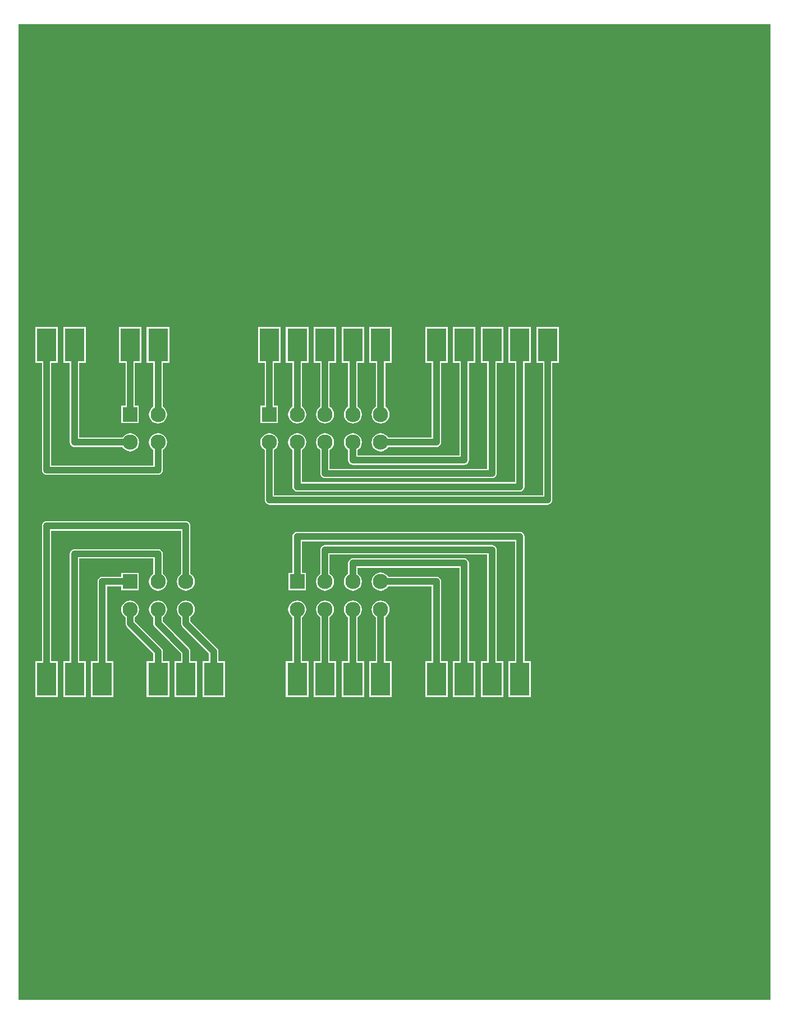
<source format=gbl>
G04*
G04 #@! TF.GenerationSoftware,Altium Limited,Altium Designer,18.1.7 (191)*
G04*
G04 Layer_Physical_Order=2*
G04 Layer_Color=16711680*
%FSLAX44Y44*%
%MOMM*%
G71*
G01*
G75*
%ADD13C,2.3000*%
%ADD14R,2.2269X2.2269*%
%ADD15R,3.0000X5.0000*%
%ADD16C,1.0000*%
G36*
X2394000Y882000D02*
X1260000D01*
Y2352000D01*
X2394000D01*
Y882000D01*
D02*
G37*
%LPC*%
G36*
X1655000Y1896000D02*
X1621000D01*
Y1842000D01*
X1630940D01*
Y1777135D01*
X1624865D01*
Y1750865D01*
X1651135D01*
Y1777135D01*
X1645060D01*
Y1842000D01*
X1655000D01*
Y1896000D01*
D02*
G37*
G36*
X1445000D02*
X1411000D01*
Y1842000D01*
X1420940D01*
Y1777135D01*
X1414865D01*
Y1750865D01*
X1441135D01*
Y1777135D01*
X1435060D01*
Y1842000D01*
X1445000D01*
Y1896000D01*
D02*
G37*
G36*
X1823000D02*
X1789000D01*
Y1842000D01*
X1798940D01*
Y1775598D01*
X1796372Y1773628D01*
X1794208Y1770808D01*
X1792848Y1767524D01*
X1792384Y1764000D01*
X1792848Y1760476D01*
X1794208Y1757192D01*
X1796372Y1754372D01*
X1799192Y1752208D01*
X1802476Y1750848D01*
X1806000Y1750384D01*
X1809524Y1750848D01*
X1812808Y1752208D01*
X1815628Y1754372D01*
X1817792Y1757192D01*
X1819152Y1760476D01*
X1819616Y1764000D01*
X1819152Y1767524D01*
X1817792Y1770808D01*
X1815628Y1773628D01*
X1813060Y1775598D01*
Y1842000D01*
X1823000D01*
Y1896000D01*
D02*
G37*
G36*
X1781000D02*
X1747000D01*
Y1842000D01*
X1756940D01*
Y1775598D01*
X1754372Y1773628D01*
X1752208Y1770808D01*
X1750848Y1767524D01*
X1750384Y1764000D01*
X1750848Y1760476D01*
X1752208Y1757192D01*
X1754372Y1754372D01*
X1757192Y1752208D01*
X1760476Y1750848D01*
X1764000Y1750384D01*
X1767524Y1750848D01*
X1770808Y1752208D01*
X1773628Y1754372D01*
X1775792Y1757192D01*
X1777152Y1760476D01*
X1777616Y1764000D01*
X1777152Y1767524D01*
X1775792Y1770808D01*
X1773628Y1773628D01*
X1771060Y1775598D01*
Y1842000D01*
X1781000D01*
Y1896000D01*
D02*
G37*
G36*
X1739000D02*
X1705000D01*
Y1842000D01*
X1714940D01*
Y1775598D01*
X1712372Y1773628D01*
X1710208Y1770808D01*
X1708848Y1767524D01*
X1708384Y1764000D01*
X1708848Y1760476D01*
X1710208Y1757192D01*
X1712372Y1754372D01*
X1715192Y1752208D01*
X1718476Y1750848D01*
X1722000Y1750384D01*
X1725524Y1750848D01*
X1728808Y1752208D01*
X1731628Y1754372D01*
X1733792Y1757192D01*
X1735152Y1760476D01*
X1735616Y1764000D01*
X1735152Y1767524D01*
X1733792Y1770808D01*
X1731628Y1773628D01*
X1729060Y1775598D01*
Y1842000D01*
X1739000D01*
Y1896000D01*
D02*
G37*
G36*
X1697000D02*
X1663000D01*
Y1842000D01*
X1672940D01*
Y1775598D01*
X1670372Y1773628D01*
X1668208Y1770808D01*
X1666848Y1767524D01*
X1666384Y1764000D01*
X1666848Y1760476D01*
X1668208Y1757192D01*
X1670372Y1754372D01*
X1673192Y1752208D01*
X1676476Y1750848D01*
X1680000Y1750384D01*
X1683524Y1750848D01*
X1686808Y1752208D01*
X1689628Y1754372D01*
X1691792Y1757192D01*
X1693152Y1760476D01*
X1693616Y1764000D01*
X1693152Y1767524D01*
X1691792Y1770808D01*
X1689628Y1773628D01*
X1687060Y1775598D01*
Y1842000D01*
X1697000D01*
Y1896000D01*
D02*
G37*
G36*
X1487000D02*
X1453000D01*
Y1842000D01*
X1462940D01*
Y1775598D01*
X1460372Y1773628D01*
X1458208Y1770808D01*
X1456848Y1767524D01*
X1456384Y1764000D01*
X1456848Y1760476D01*
X1458208Y1757192D01*
X1460372Y1754372D01*
X1463192Y1752208D01*
X1466476Y1750848D01*
X1470000Y1750384D01*
X1473524Y1750848D01*
X1476808Y1752208D01*
X1479628Y1754372D01*
X1481792Y1757192D01*
X1483152Y1760476D01*
X1483616Y1764000D01*
X1483152Y1767524D01*
X1481792Y1770808D01*
X1479628Y1773628D01*
X1477060Y1775598D01*
Y1842000D01*
X1487000D01*
Y1896000D01*
D02*
G37*
G36*
X1907000D02*
X1873000D01*
Y1842000D01*
X1882940D01*
Y1729060D01*
X1817599D01*
X1815628Y1731628D01*
X1812808Y1733792D01*
X1809524Y1735152D01*
X1806000Y1735616D01*
X1802476Y1735152D01*
X1799192Y1733792D01*
X1796372Y1731628D01*
X1794208Y1728808D01*
X1792848Y1725524D01*
X1792384Y1722000D01*
X1792848Y1718476D01*
X1794208Y1715192D01*
X1796372Y1712372D01*
X1799192Y1710208D01*
X1802476Y1708848D01*
X1806000Y1708384D01*
X1809524Y1708848D01*
X1812808Y1710208D01*
X1815628Y1712372D01*
X1817599Y1714940D01*
X1890000D01*
X1891827Y1715180D01*
X1893530Y1715885D01*
X1894993Y1717008D01*
X1896115Y1718470D01*
X1896820Y1720173D01*
X1897060Y1722000D01*
Y1842000D01*
X1907000D01*
Y1896000D01*
D02*
G37*
G36*
X1361000D02*
X1327000D01*
Y1842000D01*
X1336940D01*
Y1722000D01*
X1337180Y1720173D01*
X1337885Y1718470D01*
X1339008Y1717008D01*
X1339008Y1717007D01*
X1340470Y1715885D01*
X1342173Y1715180D01*
X1344000Y1714940D01*
X1416402D01*
X1418372Y1712372D01*
X1421192Y1710208D01*
X1424476Y1708848D01*
X1428000Y1708384D01*
X1431524Y1708848D01*
X1434808Y1710208D01*
X1437628Y1712372D01*
X1439792Y1715192D01*
X1441152Y1718476D01*
X1441616Y1722000D01*
X1441152Y1725524D01*
X1439792Y1728808D01*
X1437628Y1731628D01*
X1434808Y1733792D01*
X1431524Y1735152D01*
X1428000Y1735616D01*
X1424476Y1735152D01*
X1421192Y1733792D01*
X1418372Y1731628D01*
X1416402Y1729060D01*
X1351060D01*
Y1842000D01*
X1361000D01*
Y1896000D01*
D02*
G37*
G36*
X1949000D02*
X1915000D01*
Y1842000D01*
X1924940D01*
Y1702060D01*
X1771060D01*
Y1710401D01*
X1773628Y1712372D01*
X1775792Y1715192D01*
X1777152Y1718476D01*
X1777616Y1722000D01*
X1777152Y1725524D01*
X1775792Y1728808D01*
X1773628Y1731628D01*
X1770808Y1733792D01*
X1767524Y1735152D01*
X1764000Y1735616D01*
X1760476Y1735152D01*
X1757192Y1733792D01*
X1754372Y1731628D01*
X1752208Y1728808D01*
X1750848Y1725524D01*
X1750384Y1722000D01*
X1750848Y1718476D01*
X1752208Y1715192D01*
X1754372Y1712372D01*
X1756940Y1710401D01*
Y1695000D01*
X1757180Y1693173D01*
X1757886Y1691470D01*
X1759008Y1690007D01*
X1760470Y1688885D01*
X1762173Y1688180D01*
X1764000Y1687940D01*
X1932000D01*
X1933827Y1688180D01*
X1935530Y1688885D01*
X1936992Y1690007D01*
X1938114Y1691470D01*
X1938820Y1693173D01*
X1939060Y1695000D01*
Y1842000D01*
X1949000D01*
Y1896000D01*
D02*
G37*
G36*
X1991000D02*
X1957000D01*
Y1842000D01*
X1966940D01*
Y1682060D01*
X1729060D01*
Y1710401D01*
X1731628Y1712372D01*
X1733792Y1715192D01*
X1735152Y1718476D01*
X1735616Y1722000D01*
X1735152Y1725524D01*
X1733792Y1728808D01*
X1731628Y1731628D01*
X1728808Y1733792D01*
X1725524Y1735152D01*
X1722000Y1735616D01*
X1718476Y1735152D01*
X1715192Y1733792D01*
X1712372Y1731628D01*
X1710208Y1728808D01*
X1708848Y1725524D01*
X1708384Y1722000D01*
X1708848Y1718476D01*
X1710208Y1715192D01*
X1712372Y1712372D01*
X1714940Y1710401D01*
Y1675000D01*
X1715180Y1673173D01*
X1715886Y1671470D01*
X1717008Y1670008D01*
X1718470Y1668885D01*
X1720173Y1668180D01*
X1722000Y1667940D01*
X1974000D01*
X1975827Y1668180D01*
X1977530Y1668885D01*
X1978992Y1670008D01*
X1980114Y1671470D01*
X1980820Y1673173D01*
X1981060Y1675000D01*
Y1842000D01*
X1991000D01*
Y1896000D01*
D02*
G37*
G36*
X1319000D02*
X1285000D01*
Y1842000D01*
X1294940D01*
Y1680000D01*
X1295180Y1678173D01*
X1295885Y1676470D01*
X1297007Y1675007D01*
X1298470Y1673885D01*
X1300173Y1673180D01*
X1302000Y1672940D01*
X1470000D01*
X1471827Y1673180D01*
X1473530Y1673885D01*
X1474992Y1675007D01*
X1474993Y1675008D01*
X1476115Y1676470D01*
X1476820Y1678173D01*
X1477060Y1680000D01*
Y1710401D01*
X1479628Y1712372D01*
X1481792Y1715192D01*
X1483152Y1718476D01*
X1483616Y1722000D01*
X1483152Y1725524D01*
X1481792Y1728808D01*
X1479628Y1731628D01*
X1476808Y1733792D01*
X1473524Y1735152D01*
X1470000Y1735616D01*
X1466476Y1735152D01*
X1463192Y1733792D01*
X1460372Y1731628D01*
X1458208Y1728808D01*
X1456848Y1725524D01*
X1456384Y1722000D01*
X1456848Y1718476D01*
X1458208Y1715192D01*
X1460372Y1712372D01*
X1462940Y1710401D01*
Y1687060D01*
X1309060D01*
Y1842000D01*
X1319000D01*
Y1896000D01*
D02*
G37*
G36*
X2033000D02*
X1999000D01*
Y1842000D01*
X2008940D01*
Y1662060D01*
X1687060D01*
Y1710401D01*
X1689628Y1712372D01*
X1691792Y1715192D01*
X1693152Y1718476D01*
X1693616Y1722000D01*
X1693152Y1725524D01*
X1691792Y1728808D01*
X1689628Y1731628D01*
X1686808Y1733792D01*
X1683524Y1735152D01*
X1680000Y1735616D01*
X1676476Y1735152D01*
X1673192Y1733792D01*
X1670372Y1731628D01*
X1668208Y1728808D01*
X1666848Y1725524D01*
X1666384Y1722000D01*
X1666848Y1718476D01*
X1668208Y1715192D01*
X1670372Y1712372D01*
X1672940Y1710401D01*
Y1655000D01*
X1673180Y1653173D01*
X1673886Y1651470D01*
X1675008Y1650007D01*
X1676470Y1648885D01*
X1678173Y1648180D01*
X1680000Y1647940D01*
X2016000D01*
X2017827Y1648180D01*
X2019530Y1648885D01*
X2020992Y1650007D01*
X2022114Y1651470D01*
X2022820Y1653173D01*
X2023060Y1655000D01*
Y1842000D01*
X2033000D01*
Y1896000D01*
D02*
G37*
G36*
X2075000D02*
X2041000D01*
Y1842000D01*
X2050940D01*
Y1642060D01*
X1645060D01*
Y1710401D01*
X1647628Y1712372D01*
X1649792Y1715192D01*
X1651152Y1718476D01*
X1651616Y1722000D01*
X1651152Y1725524D01*
X1649792Y1728808D01*
X1647628Y1731628D01*
X1644808Y1733792D01*
X1641524Y1735152D01*
X1638000Y1735616D01*
X1634476Y1735152D01*
X1631192Y1733792D01*
X1628372Y1731628D01*
X1626208Y1728808D01*
X1624848Y1725524D01*
X1624384Y1722000D01*
X1624848Y1718476D01*
X1626208Y1715192D01*
X1628372Y1712372D01*
X1630940Y1710401D01*
Y1635000D01*
X1631180Y1633173D01*
X1631886Y1631470D01*
X1633008Y1630008D01*
X1634470Y1628885D01*
X1636173Y1628180D01*
X1638000Y1627940D01*
X2058000D01*
X2059827Y1628180D01*
X2061530Y1628885D01*
X2062992Y1630008D01*
X2064115Y1631470D01*
X2064820Y1633173D01*
X2065060Y1635000D01*
Y1842000D01*
X2075000D01*
Y1896000D01*
D02*
G37*
G36*
X1441135Y1525135D02*
X1414865D01*
Y1519060D01*
X1386000D01*
X1384173Y1518820D01*
X1382470Y1518114D01*
X1381008Y1516992D01*
X1379886Y1515530D01*
X1379180Y1513827D01*
X1378940Y1512000D01*
Y1392000D01*
X1369000D01*
Y1338000D01*
X1403000D01*
Y1392000D01*
X1393060D01*
Y1504940D01*
X1414865D01*
Y1498865D01*
X1441135D01*
Y1525135D01*
D02*
G37*
G36*
X1512000Y1603060D02*
X1302000D01*
X1300173Y1602820D01*
X1298470Y1602115D01*
X1297008Y1600992D01*
X1295885Y1599530D01*
X1295180Y1597827D01*
X1294940Y1596000D01*
Y1392000D01*
X1285000D01*
Y1338000D01*
X1319000D01*
Y1392000D01*
X1309060D01*
Y1588940D01*
X1504940D01*
Y1523598D01*
X1502372Y1521628D01*
X1500208Y1518808D01*
X1498848Y1515524D01*
X1498384Y1512000D01*
X1498848Y1508476D01*
X1500208Y1505192D01*
X1502372Y1502372D01*
X1505192Y1500208D01*
X1508476Y1498848D01*
X1512000Y1498384D01*
X1515524Y1498848D01*
X1518808Y1500208D01*
X1521628Y1502372D01*
X1523792Y1505192D01*
X1525152Y1508476D01*
X1525616Y1512000D01*
X1525152Y1515524D01*
X1523792Y1518808D01*
X1521628Y1521628D01*
X1519060Y1523598D01*
Y1596000D01*
X1518820Y1597827D01*
X1518114Y1599530D01*
X1516992Y1600992D01*
X1516992Y1600992D01*
X1515530Y1602115D01*
X1513827Y1602820D01*
X1512000Y1603060D01*
D02*
G37*
G36*
X1470000Y1561060D02*
X1344000D01*
X1342173Y1560820D01*
X1340470Y1560114D01*
X1339008Y1558992D01*
X1337885Y1557530D01*
X1337180Y1555827D01*
X1336940Y1554000D01*
Y1392000D01*
X1327000D01*
Y1338000D01*
X1361000D01*
Y1392000D01*
X1351060D01*
Y1546940D01*
X1462940D01*
Y1523598D01*
X1460372Y1521628D01*
X1458208Y1518808D01*
X1456848Y1515524D01*
X1456384Y1512000D01*
X1456848Y1508476D01*
X1458208Y1505192D01*
X1460372Y1502372D01*
X1463192Y1500208D01*
X1466476Y1498848D01*
X1470000Y1498384D01*
X1473524Y1498848D01*
X1476808Y1500208D01*
X1479628Y1502372D01*
X1481792Y1505192D01*
X1483152Y1508476D01*
X1483616Y1512000D01*
X1483152Y1515524D01*
X1481792Y1518808D01*
X1479628Y1521628D01*
X1477060Y1523598D01*
Y1554000D01*
X1476820Y1555827D01*
X1476115Y1557530D01*
X1474993Y1558992D01*
X1474992Y1558992D01*
X1473530Y1560114D01*
X1471827Y1560820D01*
X1470000Y1561060D01*
D02*
G37*
G36*
X2016000Y1587060D02*
X1680000D01*
X1678173Y1586820D01*
X1676470Y1586115D01*
X1675008Y1584992D01*
X1673886Y1583530D01*
X1673180Y1581827D01*
X1672940Y1580000D01*
Y1525135D01*
X1666865D01*
Y1498865D01*
X1693135D01*
Y1525135D01*
X1687060D01*
Y1572940D01*
X2008940D01*
Y1392000D01*
X1999000D01*
Y1338000D01*
X2033000D01*
Y1392000D01*
X2023060D01*
Y1580000D01*
X2022820Y1581827D01*
X2022114Y1583530D01*
X2020992Y1584992D01*
X2019530Y1586115D01*
X2017827Y1586820D01*
X2016000Y1587060D01*
D02*
G37*
G36*
X1974000Y1567060D02*
X1722000D01*
X1720173Y1566820D01*
X1718470Y1566115D01*
X1717008Y1564993D01*
X1715886Y1563530D01*
X1715180Y1561827D01*
X1714940Y1560000D01*
Y1523599D01*
X1712372Y1521628D01*
X1710208Y1518808D01*
X1708848Y1515524D01*
X1708384Y1512000D01*
X1708848Y1508476D01*
X1710208Y1505192D01*
X1712372Y1502372D01*
X1715192Y1500208D01*
X1718476Y1498848D01*
X1722000Y1498384D01*
X1725524Y1498848D01*
X1728808Y1500208D01*
X1731628Y1502372D01*
X1733792Y1505192D01*
X1735152Y1508476D01*
X1735616Y1512000D01*
X1735152Y1515524D01*
X1733792Y1518808D01*
X1731628Y1521628D01*
X1729060Y1523599D01*
Y1552940D01*
X1966940D01*
Y1392000D01*
X1957000D01*
Y1338000D01*
X1991000D01*
Y1392000D01*
X1981060D01*
Y1560000D01*
X1980820Y1561827D01*
X1980114Y1563530D01*
X1978992Y1564993D01*
X1977530Y1566115D01*
X1975827Y1566820D01*
X1974000Y1567060D01*
D02*
G37*
G36*
X1932000Y1547060D02*
X1764000D01*
X1762173Y1546820D01*
X1760470Y1546115D01*
X1759008Y1544992D01*
X1757886Y1543530D01*
X1757180Y1541827D01*
X1756940Y1540000D01*
Y1523599D01*
X1754372Y1521628D01*
X1752208Y1518808D01*
X1750848Y1515524D01*
X1750384Y1512000D01*
X1750848Y1508476D01*
X1752208Y1505192D01*
X1754372Y1502372D01*
X1757192Y1500208D01*
X1760476Y1498848D01*
X1764000Y1498384D01*
X1767524Y1498848D01*
X1770808Y1500208D01*
X1773628Y1502372D01*
X1775792Y1505192D01*
X1777152Y1508476D01*
X1777616Y1512000D01*
X1777152Y1515524D01*
X1775792Y1518808D01*
X1773628Y1521628D01*
X1771060Y1523599D01*
Y1532940D01*
X1924940D01*
Y1392000D01*
X1915000D01*
Y1338000D01*
X1949000D01*
Y1392000D01*
X1939060D01*
Y1540000D01*
X1938820Y1541827D01*
X1938114Y1543530D01*
X1936992Y1544992D01*
X1935530Y1546115D01*
X1933827Y1546820D01*
X1932000Y1547060D01*
D02*
G37*
G36*
X1806000Y1525616D02*
X1802476Y1525152D01*
X1799192Y1523792D01*
X1796372Y1521628D01*
X1794208Y1518808D01*
X1792848Y1515524D01*
X1792384Y1512000D01*
X1792848Y1508476D01*
X1794208Y1505192D01*
X1796372Y1502372D01*
X1799192Y1500208D01*
X1802476Y1498848D01*
X1806000Y1498384D01*
X1809524Y1498848D01*
X1812808Y1500208D01*
X1815628Y1502372D01*
X1817599Y1504940D01*
X1882940D01*
Y1392000D01*
X1873000D01*
Y1338000D01*
X1907000D01*
Y1392000D01*
X1897060D01*
Y1512000D01*
X1896820Y1513827D01*
X1896115Y1515530D01*
X1894993Y1516992D01*
X1894992Y1516992D01*
X1893530Y1518114D01*
X1891827Y1518820D01*
X1890000Y1519060D01*
X1817599D01*
X1815628Y1521628D01*
X1812808Y1523792D01*
X1809524Y1525152D01*
X1806000Y1525616D01*
D02*
G37*
G36*
Y1483616D02*
X1802476Y1483152D01*
X1799192Y1481792D01*
X1796372Y1479628D01*
X1794208Y1476808D01*
X1792848Y1473524D01*
X1792384Y1470000D01*
X1792848Y1466476D01*
X1794208Y1463192D01*
X1796372Y1460372D01*
X1798940Y1458401D01*
Y1392000D01*
X1789000D01*
Y1338000D01*
X1823000D01*
Y1392000D01*
X1813060D01*
Y1458401D01*
X1815628Y1460372D01*
X1817792Y1463192D01*
X1819152Y1466476D01*
X1819616Y1470000D01*
X1819152Y1473524D01*
X1817792Y1476808D01*
X1815628Y1479628D01*
X1812808Y1481792D01*
X1809524Y1483152D01*
X1806000Y1483616D01*
D02*
G37*
G36*
X1764000D02*
X1760476Y1483152D01*
X1757192Y1481792D01*
X1754372Y1479628D01*
X1752208Y1476808D01*
X1750848Y1473524D01*
X1750384Y1470000D01*
X1750848Y1466476D01*
X1752208Y1463192D01*
X1754372Y1460372D01*
X1756940Y1458401D01*
Y1392000D01*
X1747000D01*
Y1338000D01*
X1781000D01*
Y1392000D01*
X1771060D01*
Y1458401D01*
X1773628Y1460372D01*
X1775792Y1463192D01*
X1777152Y1466476D01*
X1777616Y1470000D01*
X1777152Y1473524D01*
X1775792Y1476808D01*
X1773628Y1479628D01*
X1770808Y1481792D01*
X1767524Y1483152D01*
X1764000Y1483616D01*
D02*
G37*
G36*
X1722000D02*
X1718476Y1483152D01*
X1715192Y1481792D01*
X1712372Y1479628D01*
X1710208Y1476808D01*
X1708848Y1473524D01*
X1708384Y1470000D01*
X1708848Y1466476D01*
X1710208Y1463192D01*
X1712372Y1460372D01*
X1714940Y1458401D01*
Y1392000D01*
X1705000D01*
Y1338000D01*
X1739000D01*
Y1392000D01*
X1729060D01*
Y1458401D01*
X1731628Y1460372D01*
X1733792Y1463192D01*
X1735152Y1466476D01*
X1735616Y1470000D01*
X1735152Y1473524D01*
X1733792Y1476808D01*
X1731628Y1479628D01*
X1728808Y1481792D01*
X1725524Y1483152D01*
X1722000Y1483616D01*
D02*
G37*
G36*
X1680000D02*
X1676476Y1483152D01*
X1673192Y1481792D01*
X1670372Y1479628D01*
X1668208Y1476808D01*
X1666848Y1473524D01*
X1666384Y1470000D01*
X1666848Y1466476D01*
X1668208Y1463192D01*
X1670372Y1460372D01*
X1672940Y1458401D01*
Y1392000D01*
X1663000D01*
Y1338000D01*
X1697000D01*
Y1392000D01*
X1687060D01*
Y1458401D01*
X1689628Y1460372D01*
X1691792Y1463192D01*
X1693152Y1466476D01*
X1693616Y1470000D01*
X1693152Y1473524D01*
X1691792Y1476808D01*
X1689628Y1479628D01*
X1686808Y1481792D01*
X1683524Y1483152D01*
X1680000Y1483616D01*
D02*
G37*
G36*
X1512000D02*
X1508476Y1483152D01*
X1505192Y1481792D01*
X1502372Y1479628D01*
X1500208Y1476808D01*
X1498848Y1473524D01*
X1498384Y1470000D01*
X1498848Y1466476D01*
X1500208Y1463192D01*
X1502372Y1460372D01*
X1504940Y1458401D01*
Y1449000D01*
X1505180Y1447173D01*
X1505886Y1445470D01*
X1507008Y1444008D01*
X1546940Y1404075D01*
Y1392000D01*
X1537000D01*
Y1338000D01*
X1571000D01*
Y1392000D01*
X1561060D01*
Y1407000D01*
X1560820Y1408827D01*
X1560114Y1410530D01*
X1558992Y1411992D01*
X1519060Y1451924D01*
Y1458401D01*
X1521628Y1460372D01*
X1523792Y1463192D01*
X1525152Y1466476D01*
X1525616Y1470000D01*
X1525152Y1473524D01*
X1523792Y1476808D01*
X1521628Y1479628D01*
X1518808Y1481792D01*
X1515524Y1483152D01*
X1512000Y1483616D01*
D02*
G37*
G36*
X1470000D02*
X1466476Y1483152D01*
X1463192Y1481792D01*
X1460372Y1479628D01*
X1458208Y1476808D01*
X1456848Y1473524D01*
X1456384Y1470000D01*
X1456848Y1466476D01*
X1458208Y1463192D01*
X1460372Y1460372D01*
X1462940Y1458401D01*
Y1449000D01*
X1462940Y1449000D01*
X1463180Y1447173D01*
X1463885Y1445470D01*
X1465008Y1444008D01*
X1504940Y1404075D01*
Y1392000D01*
X1495000D01*
Y1338000D01*
X1529000D01*
Y1392000D01*
X1519060D01*
Y1407000D01*
X1518820Y1408827D01*
X1518114Y1410530D01*
X1516992Y1411992D01*
X1477060Y1451924D01*
Y1458401D01*
X1479628Y1460372D01*
X1481792Y1463192D01*
X1483152Y1466476D01*
X1483616Y1470000D01*
X1483152Y1473524D01*
X1481792Y1476808D01*
X1479628Y1479628D01*
X1476808Y1481792D01*
X1473524Y1483152D01*
X1470000Y1483616D01*
D02*
G37*
G36*
X1428000D02*
X1424476Y1483152D01*
X1421192Y1481792D01*
X1418372Y1479628D01*
X1416208Y1476808D01*
X1414848Y1473524D01*
X1414384Y1470000D01*
X1414848Y1466476D01*
X1416208Y1463192D01*
X1418372Y1460372D01*
X1420940Y1458401D01*
Y1449000D01*
X1421180Y1447173D01*
X1421886Y1445470D01*
X1423008Y1444008D01*
X1462940Y1404075D01*
Y1392000D01*
X1453000D01*
Y1338000D01*
X1487000D01*
Y1392000D01*
X1477060D01*
Y1407000D01*
X1476820Y1408827D01*
X1476115Y1410530D01*
X1474993Y1411992D01*
X1435060Y1451924D01*
Y1458401D01*
X1437628Y1460372D01*
X1439792Y1463192D01*
X1441152Y1466476D01*
X1441616Y1470000D01*
X1441152Y1473524D01*
X1439792Y1476808D01*
X1437628Y1479628D01*
X1434808Y1481792D01*
X1431524Y1483152D01*
X1428000Y1483616D01*
D02*
G37*
%LPD*%
D13*
X1512000Y1470000D02*
D03*
X1470000D02*
D03*
X1428000D02*
D03*
X1512000Y1512000D02*
D03*
X1470000D02*
D03*
X1470000Y1722000D02*
D03*
X1428000D02*
D03*
X1470000Y1764000D02*
D03*
X1806000Y1722000D02*
D03*
X1764000D02*
D03*
X1680000Y1764000D02*
D03*
X1722000D02*
D03*
X1764000D02*
D03*
X1806000D02*
D03*
X1638000Y1722000D02*
D03*
X1680000D02*
D03*
X1722000D02*
D03*
Y1512000D02*
D03*
X1764000D02*
D03*
X1806000D02*
D03*
X1680000Y1470000D02*
D03*
X1722000D02*
D03*
X1764000D02*
D03*
X1806000D02*
D03*
D14*
X1428000Y1512000D02*
D03*
X1428000Y1764000D02*
D03*
X1638000D02*
D03*
X1680000Y1512000D02*
D03*
D15*
X1302000Y1365000D02*
D03*
X1344000D02*
D03*
X1386000D02*
D03*
X1470000D02*
D03*
X1512000D02*
D03*
X1554000D02*
D03*
X1302000Y1869000D02*
D03*
X1344000D02*
D03*
X1428000D02*
D03*
X1470000D02*
D03*
X2016000Y1365000D02*
D03*
X1974000D02*
D03*
X1932000D02*
D03*
X1890000D02*
D03*
X1806000D02*
D03*
X1764000D02*
D03*
X1722000D02*
D03*
X1680000D02*
D03*
X2058000Y1869000D02*
D03*
X2016000D02*
D03*
X1974000D02*
D03*
X1932000D02*
D03*
X1890000D02*
D03*
X1806000D02*
D03*
X1764000D02*
D03*
X1722000D02*
D03*
X1680000D02*
D03*
X1638000D02*
D03*
D16*
X1554000Y1386000D02*
Y1407000D01*
X1512000Y1449000D02*
X1554000Y1407000D01*
X1512000Y1449000D02*
Y1470000D01*
X1512000Y1386000D02*
Y1407000D01*
X1470000Y1449000D02*
X1512000Y1407000D01*
X1470000Y1449000D02*
X1470000Y1449000D01*
Y1470000D01*
X1470000Y1386000D02*
Y1407000D01*
X1428000Y1449000D02*
X1470000Y1407000D01*
X1428000Y1449000D02*
Y1470000D01*
X1302000Y1386000D02*
Y1596000D01*
X1512000D01*
X1344000Y1386000D02*
Y1554000D01*
X1470000D01*
X1386000Y1386000D02*
Y1512000D01*
X1428000D01*
X1932000Y1695000D02*
Y1848000D01*
X1764000Y1695000D02*
X1932000D01*
X1470000Y1554000D02*
X1470000Y1554000D01*
Y1512000D02*
Y1554000D01*
X1512000Y1596000D02*
X1512000Y1596000D01*
Y1512000D02*
Y1596000D01*
X1470000Y1365000D02*
X1470000Y1365000D01*
X1512000Y1365000D02*
X1512000Y1365000D01*
X1554000Y1365000D02*
X1554000Y1365000D01*
X1344000Y1722000D02*
Y1848000D01*
Y1722000D02*
X1344000Y1722000D01*
X1428000D01*
X1302000Y1680000D02*
Y1848000D01*
Y1680000D02*
X1470000D01*
X1470000Y1680000D01*
Y1722000D01*
X1470000Y1869000D02*
X1470000Y1869000D01*
Y1764000D02*
Y1848000D01*
X1428000Y1869000D02*
X1428000Y1869000D01*
Y1764000D02*
Y1848000D01*
X2058000Y1635000D02*
Y1848000D01*
X1638000Y1635000D02*
X2058000D01*
X1638000D02*
Y1722000D01*
X1680000Y1512000D02*
Y1580000D01*
X2016000D01*
Y1386000D02*
Y1580000D01*
X1722000Y1512000D02*
Y1560000D01*
X1974000D01*
Y1386000D02*
Y1560000D01*
X1764000Y1512000D02*
Y1540000D01*
X1932000D01*
Y1386000D02*
Y1540000D01*
X1890000Y1386000D02*
Y1512000D01*
X1890000Y1512000D02*
X1890000Y1512000D01*
X1806000Y1512000D02*
X1890000D01*
X1806000Y1386000D02*
X1806000Y1386000D01*
Y1470000D01*
X1764000Y1386000D02*
X1764000Y1386000D01*
Y1470000D01*
X1722000Y1386000D02*
X1722000Y1386000D01*
Y1470000D01*
X1680000Y1386000D02*
Y1470000D01*
X1680000Y1470000D01*
Y1655000D02*
Y1722000D01*
Y1655000D02*
X2016000D01*
Y1848000D01*
X1722000Y1675000D02*
Y1722000D01*
Y1675000D02*
X1974000D01*
Y1848000D01*
X1764000Y1695000D02*
Y1722000D01*
X1890000Y1722000D02*
Y1848000D01*
X1806000Y1722000D02*
X1890000D01*
X1806000Y1722000D02*
X1806000Y1722000D01*
X1806000Y1764000D02*
Y1848000D01*
Y1764000D02*
X1806000Y1764000D01*
X1764000Y1869000D02*
X1764000Y1869000D01*
Y1764000D02*
Y1848000D01*
X1722000Y1869000D02*
X1722000Y1869000D01*
Y1764000D02*
Y1848000D01*
X1680000Y1764000D02*
Y1848000D01*
Y1764000D02*
X1680000Y1764000D01*
X1638000Y1764000D02*
Y1848000D01*
Y1764000D02*
X1638000Y1764000D01*
M02*

</source>
